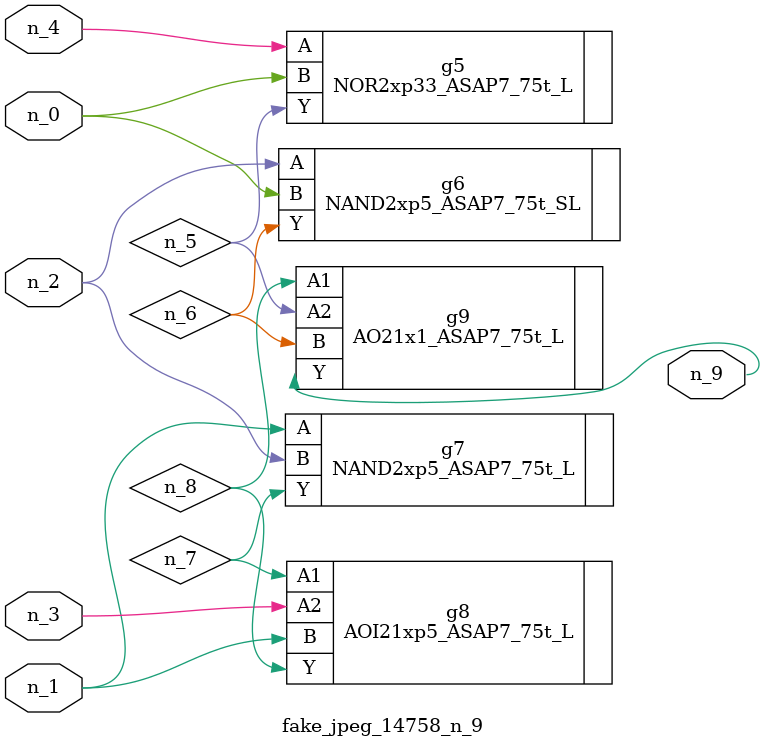
<source format=v>
module fake_jpeg_14758_n_9 (n_3, n_2, n_1, n_0, n_4, n_9);

input n_3;
input n_2;
input n_1;
input n_0;
input n_4;

output n_9;

wire n_8;
wire n_6;
wire n_5;
wire n_7;

NOR2xp33_ASAP7_75t_L g5 ( 
.A(n_4),
.B(n_0),
.Y(n_5)
);

NAND2xp5_ASAP7_75t_SL g6 ( 
.A(n_2),
.B(n_0),
.Y(n_6)
);

NAND2xp5_ASAP7_75t_L g7 ( 
.A(n_1),
.B(n_2),
.Y(n_7)
);

AOI21xp5_ASAP7_75t_L g8 ( 
.A1(n_7),
.A2(n_3),
.B(n_1),
.Y(n_8)
);

AO21x1_ASAP7_75t_L g9 ( 
.A1(n_8),
.A2(n_5),
.B(n_6),
.Y(n_9)
);


endmodule
</source>
